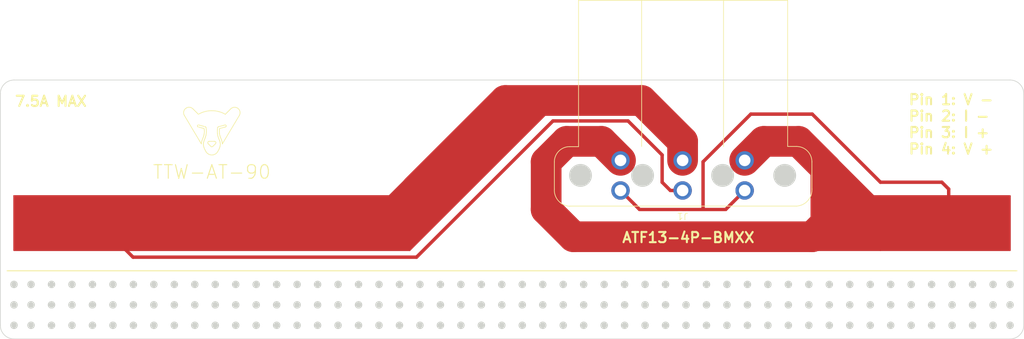
<source format=kicad_pcb>
(kicad_pcb (version 20221018) (generator pcbnew)
  (layers (0 "F.Cu" signal) (31 "B.Cu" signal) (34 "B.Paste" user) (35 "F.Paste" user) (36 "B.SilkS" user "B.Silkscreen") (37 "F.SilkS" user "F.Silkscreen") (38 "B.Mask" user) (39 "F.Mask" user) (44 "Edge.Cuts" user))
  (net 0 "")
  (net 1 "unconnected-(J1-Pin_1-Pad1)")
  (net 2 "unconnected-(J1-Pin_2-Pad2)")
  (net 3 "unconnected-(J1-Pin_3-Pad3)")
  (net 4 "unconnected-(J1-Pin_4-Pad4)")
  (footprint "Custom:ATF13-4P-BM0X_1" (layer "F.Cu") (at 100 14 180)
    (fp_text reference "J1" (at 0 -6 180 unlocked) (layer "F.SilkS") (effects (font (thickness 0.1))))
    (fp_text value "Conn_01x04_Female")
    (fp_line (start -18.95 -2) (end -18.95 2) (stroke (width 0.1)) (layer "F.SilkS"))
    (fp_line (start -16.7 -4.5) (end 16.55 -4.5) (stroke (width 0.1)) (layer "F.SilkS"))
    (fp_line (start -15.4 4.25) (end -16.7 4.25) (stroke (width 0.1)) (layer "F.SilkS"))
    (fp_line (start -15.4 25.7) (end -15.4 4.25) (stroke (width 0.1)) (layer "F.SilkS"))
    (fp_line (start -15.4 25.7) (end 15.25 25.7) (stroke (width 0.1)) (layer "F.SilkS"))
    (fp_line (start -6 25.7) (end -6 4.25) (stroke (width 0.1)) (layer "F.SilkS"))
    (fp_line (start 6 25.7) (end 6 4.25) (stroke (width 0.1)) (layer "F.SilkS"))
    (fp_line (start 15.25 4.225) (end 16.55 4.225) (stroke (width 0.1)) (layer "F.SilkS"))
    (fp_line (start 15.25 25.675) (end 15.25 4.225) (stroke (width 0.1)) (layer "F.SilkS"))
    (fp_line (start 18.8 -2.025) (end 18.8 1.975) (stroke (width 0.1)) (layer "F.SilkS"))
    (fp_arc (start -18.95 -2) (mid -18.342767 -3.715991) (end -16.7 -4.5) (stroke (width 0.1)) (layer "F.SilkS"))
    (fp_arc (start -16.7 4.25) (mid -18.29099 3.59099) (end -18.95 2) (stroke (width 0.1)) (layer "F.SilkS"))
    (fp_arc (start 16.55 -4.525) (mid 18.192767 -3.74099) (end 18.8 -2.025) (stroke (width 0.1)) (layer "F.SilkS"))
    (fp_arc (start 18.8 1.975) (mid 18.14099 3.56599) (end 16.55 4.225) (stroke (width 0.1)) (layer "F.SilkS"))
    (fp_circle (center -14.965 0) (end -13.315 0) (stroke (width 0.05)) (fill solid) (layer "Edge.Cuts"))
    (fp_circle (center -5.865 0) (end -4.215 0) (stroke (width 0.05)) (fill solid) (layer "Edge.Cuts"))
    (fp_circle (center 5.865 0) (end 7.515 0) (stroke (width 0.05)) (fill solid) (layer "Edge.Cuts"))
    (fp_circle (center 14.965 0) (end 16.615 0) (stroke (width 0.05)) (fill solid) (layer "Edge.Cuts"))
    (pad "1" thru_hole circle (at 0 -2.21 180) (size 2.7 2.7) (drill 1.7) (layers "*.Cu" "*.Mask") (net 1 "unconnected-(J1-Pin_1-Pad1)"))
    (pad "2" thru_hole circle (at 0 2.21 180) (size 2.7 2.7) (drill 1.7) (layers "*.Cu" "*.Mask") (net 2 "unconnected-(J1-Pin_2-Pad2)"))
    (pad "3" thru_hole circle (at -9.1 2.21 180) (size 2.7 2.7) (drill 1.7) (layers "*.Cu" "*.Mask") (net 3 "unconnected-(J1-Pin_3-Pad3)"))
    (pad "3" thru_hole circle (at 9.1 2.21 180) (size 2.7 2.7) (drill 1.7) (layers "*.Cu" "*.Mask") (net 3 "unconnected-(J1-Pin_3-Pad3)"))
    (pad "4" thru_hole circle (at -9.1 -2.21 180) (size 2.7 2.7) (drill 1.7) (layers "*.Cu" "*.Mask") (net 4 "unconnected-(J1-Pin_4-Pad4)"))
    (pad "4" thru_hole circle (at 9.1 -2.21 180) (size 2.7 2.7) (drill 1.7) (layers "*.Cu" "*.Mask") (net 4 "unconnected-(J1-Pin_4-Pad4)"))
  )
  (gr_poly (pts (xy 60 25) (xy 80 5) (xy 72 2) (xy 54 20)) (stroke (width 0.2)) (fill solid) (layer "F.Cu"))
  (gr_poly (pts (xy 129 25) (xy 119 25) (xy 119 8) (xy 128 17) (xy 129 17)) (stroke (width 0.2)) (fill solid) (layer "F.Cu"))
  (gr_rect (start 2 17) (end 60 25) (stroke (width 0.2)) (fill solid) (layer "F.Cu"))
  (gr_rect (start 129 17) (end 148 25) (stroke (width 0.2)) (fill solid) (layer "F.Cu"))
  (gr_curve (pts (xy 30.137201 8.120666) (xy 30.119805 8.196399) (xy 30.099722 8.26801) (xy 30.07815 8.336159)) (stroke (width 0.1)) (layer "F.SilkS"))
  (gr_curve (pts (xy 30.200328 7.611918) (xy 30.198126 7.706589) (xy 30.191068 7.795906) (xy 30.180185 7.880492)) (stroke (width 0.1)) (layer "F.SilkS"))
  (gr_line (start 29.867552 7.119802) (end 28.995251 6.88607) (stroke (width 0.1)) (layer "F.SilkS"))
  (gr_curve (pts (xy 29.533278 8.948379) (xy 29.551715 8.887652) (xy 29.572427 8.828701) (xy 29.594201 8.770634)) (stroke (width 0.1)) (layer "F.SilkS"))
  (gr_curve (pts (xy 32.405799 8.770634) (xy 32.427573 8.828701) (xy 32.448285 8.887652) (xy 32.466722 8.948379)) (stroke (width 0.1)) (layer "F.SilkS"))
  (gr_arc (start 26.975921 5.204131) (mid 27.171543 4.163214) (end 28.228719 4.228719) (stroke (width 0.1)) (layer "F.SilkS"))
  (gr_curve (pts (xy 30.010159 8.530946) (xy 29.9868 8.592897) (xy 29.963142 8.652113) (xy 29.940288 8.709358)) (stroke (width 0.1)) (layer "F.SilkS"))
  (gr_curve (pts (xy 32.239725 9.356073) (xy 32.236564 9.300181) (xy 32.229518 9.246411) (xy 32.219284 9.193396)) (stroke (width 0.1)) (layer "F.SilkS"))
  (gr_curve (pts (xy 32.466722 8.948379) (xy 32.48516 9.009105) (xy 32.501321 9.071606) (xy 32.513851 9.136556)) (stroke (width 0.1)) (layer "F.SilkS"))
  (gr_curve (pts (xy 31.808581 7.311144) (xy 31.817038 7.205065) (xy 31.8313 7.092932) (xy 31.852279 6.973953)) (stroke (width 0.1)) (layer "F.SilkS"))
  (gr_curve (pts (xy 29.763425 9.531565) (xy 29.769011 9.593152) (xy 29.779459 9.658313) (xy 29.795978 9.728281)) (stroke (width 0.1)) (layer "F.SilkS"))
  (gr_curve (pts (xy 29.795978 9.728281) (xy 29.812496 9.798249) (xy 29.835086 9.873025) (xy 29.864981 9.95356)) (stroke (width 0.1)) (layer "F.SilkS"))
  (gr_line (start 33.004749 6.88607) (end 32.132448 7.119802) (stroke (width 0.1)) (layer "F.SilkS"))
  (gr_arc (start 33.771281 4.228719) (mid 34.828454 4.163166) (end 35.024079 5.204131) (stroke (width 0.1)) (layer "F.SilkS"))
  (gr_curve (pts (xy 29.844815 8.053505) (xy 29.860174 7.986643) (xy 29.873068 7.916593) (xy 29.882638 7.842211)) (stroke (width 0.1)) (layer "F.SilkS"))
  (gr_curve (pts (xy 29.760275 9.356073) (xy 29.757114 9.411965) (xy 29.757839 9.469978) (xy 29.763425 9.531565)) (stroke (width 0.1)) (layer "F.SilkS"))
  (gr_curve (pts (xy 32.236575 9.531565) (xy 32.242161 9.469978) (xy 32.242886 9.411965) (xy 32.239725 9.356073)) (stroke (width 0.1)) (layer "F.SilkS"))
  (gr_curve (pts (xy 31.862799 8.120666) (xy 31.845404 8.044933) (xy 31.830697 7.965078) (xy 31.819815 7.880492)) (stroke (width 0.1)) (layer "F.SilkS"))
  (gr_arc (start 31.858891 10.512159) (mid 31 11) (end 30.141109 10.512159) (stroke (width 0.1)) (layer "F.SilkS"))
  (gr_arc (start 31.141421 9.741421) (mid 31 9.799999) (end 30.858579 9.741421) (stroke (width 0.1)) (layer "F.SilkS"))
  (gr_curve (pts (xy 29.792138 8.245621) (xy 29.811632 8.184042) (xy 29.829456 8.120368) (xy 29.844815 8.053505)) (stroke (width 0.1)) (layer "F.SilkS"))
  (gr_curve (pts (xy 32.204022 9.728281) (xy 32.220541 9.658313) (xy 32.230989 9.593152) (xy 32.236575 9.531565)) (stroke (width 0.1)) (layer "F.SilkS"))
  (gr_curve (pts (xy 32.117362 7.842211) (xy 32.126932 7.916593) (xy 32.139826 7.986643) (xy 32.155185 8.053505)) (stroke (width 0.1)) (layer "F.SilkS"))
  (gr_curve (pts (xy 29.460753 9.339141) (xy 29.464722 9.268906) (xy 29.47362 9.201507) (xy 29.486149 9.136556)) (stroke (width 0.1)) (layer "F.SilkS"))
  (gr_curve (pts (xy 32.107632 7.334989) (xy 32.099965 7.431136) (xy 32.097634 7.52077) (xy 32.099591 7.604944)) (stroke (width 0.1)) (layer "F.SilkS"))
  (gr_curve (pts (xy 32.099591 7.604944) (xy 32.101548 7.689117) (xy 32.107793 7.76783) (xy 32.117362 7.842211)) (stroke (width 0.1)) (layer "F.SilkS"))
  (gr_curve (pts (xy 29.780716 9.193396) (xy 29.770482 9.246411) (xy 29.763436 9.300181) (xy 29.760275 9.356073)) (stroke (width 0.1)) (layer "F.SilkS"))
  (gr_curve (pts (xy 29.594201 8.770634) (xy 29.615975 8.712568) (xy 29.638809 8.655386) (xy 29.661672 8.598122)) (stroke (width 0.1)) (layer "F.SilkS"))
  (gr_curve (pts (xy 29.892368 7.334989) (xy 29.88692 7.266664) (xy 29.878777 7.19505) (xy 29.867552 7.119802)) (stroke (width 0.1)) (layer "F.SilkS"))
  (gr_curve (pts (xy 32.219284 9.193396) (xy 32.209051 9.140382) (xy 32.195631 9.088122) (xy 32.179664 9.035541)) (stroke (width 0.1)) (layer "F.SilkS"))
  (gr_arc (start 29.022822 5.022822) (mid 31 4.5) (end 32.977178 5.022822) (stroke (width 0.1)) (layer "F.SilkS"))
  (gr_arc (start 30.038823 6.855111) (mid 30.110585 6.898666) (end 30.147721 6.973953) (stroke (width 0.1)) (layer "F.SilkS"))
  (gr_curve (pts (xy 31.989841 8.530946) (xy 31.966481 8.468995) (xy 31.943422 8.404308) (xy 31.92185 8.336159)) (stroke (width 0.1)) (layer "F.SilkS"))
  (gr_curve (pts (xy 29.875102 8.875966) (xy 29.854819 8.930055) (xy 29.836304 8.982959) (xy 29.820336 9.035541)) (stroke (width 0.1)) (layer "F.SilkS"))
  (gr_curve (pts (xy 30.191419 7.311144) (xy 30.199877 7.417223) (xy 30.20253 7.517248) (xy 30.200328 7.611918)) (stroke (width 0.1)) (layer "F.SilkS"))
  (gr_curve (pts (xy 32.179664 9.035541) (xy 32.163696 8.982959) (xy 32.145181 8.930055) (xy 32.124898 8.875966)) (stroke (width 0.1)) (layer "F.SilkS"))
  (gr_curve (pts (xy 30.180185 7.880492) (xy 30.169303 7.965078) (xy 30.154596 8.044933) (xy 30.137201 8.120666)) (stroke (width 0.1)) (layer "F.SilkS"))
  (gr_curve (pts (xy 29.977729 10.213231) (xy 30.023382 10.306074) (xy 30.077488 10.405466) (xy 30.141109 10.512159)) (stroke (width 0.1)) (layer "F.SilkS"))
  (gr_line (start 30.858579 9.741421) (end 30.458579 9.341421) (stroke (width 0.1)) (layer "F.SilkS"))
  (gr_curve (pts (xy 29.820336 9.035541) (xy 29.804369 9.088122) (xy 29.790949 9.140382) (xy 29.780716 9.193396)) (stroke (width 0.1)) (layer "F.SilkS"))
  (gr_line (start 1 28) (end 149 28) (stroke (width 0.15)) (layer "F.SilkS"))
  (gr_line (start 33.771281 4.228719) (end 32.977178 5.022822) (stroke (width 0.1)) (layer "F.SilkS"))
  (gr_curve (pts (xy 29.661672 8.598122) (xy 29.684534 8.540859) (xy 29.707425 8.483514) (xy 29.729452 8.425099)) (stroke (width 0.1)) (layer "F.SilkS"))
  (gr_curve (pts (xy 30.147721 6.973953) (xy 30.1687 7.092932) (xy 30.182962 7.205065) (xy 30.191419 7.311144)) (stroke (width 0.1)) (layer "F.SilkS"))
  (gr_arc (start 31.4 9) (mid 31.584763 9.12347) (end 31.541421 9.341421) (stroke (width 0.1)) (layer "F.SilkS"))
  (gr_curve (pts (xy 32.539247 9.339141) (xy 32.539804 9.349002) (xy 32.540264 9.358918) (xy 32.540624 9.368891)) (stroke (width 0.1)) (layer "F.SilkS"))
  (gr_curve (pts (xy 31.92185 8.336159) (xy 31.900278 8.26801) (xy 31.880195 8.196399) (xy 31.862799 8.120666)) (stroke (width 0.1)) (layer "F.SilkS"))
  (gr_line (start 31.961177 6.855111) (end 32.927103 6.596292) (stroke (width 0.1)) (layer "F.SilkS"))
  (gr_curve (pts (xy 32.135019 9.95356) (xy 32.164914 9.873025) (xy 32.187504 9.798249) (xy 32.204022 9.728281)) (stroke (width 0.1)) (layer "F.SilkS"))
  (gr_arc (start 31.852279 6.973953) (mid 31.889414 6.898672) (end 31.961177 6.855111) (stroke (width 0.1)) (layer "F.SilkS"))
  (gr_curve (pts (xy 32.338328 8.598122) (xy 32.361191 8.655386) (xy 32.384025 8.712568) (xy 32.405799 8.770634)) (stroke (width 0.1)) (layer "F.SilkS"))
  (gr_curve (pts (xy 32.022271 10.213231) (xy 32.067924 10.120388) (xy 32.105124 10.034095) (xy 32.135019 9.95356)) (stroke (width 0.1)) (layer "F.SilkS"))
  (gr_curve (pts (xy 32.124898 8.875966) (xy 32.104616 8.821877) (xy 32.082567 8.766603) (xy 32.059712 8.709358)) (stroke (width 0.1)) (layer "F.SilkS"))
  (gr_curve (pts (xy 32.207862 8.245621) (xy 32.227356 8.307201) (xy 32.24852 8.366685) (xy 32.270548 8.425099)) (stroke (width 0.1)) (layer "F.SilkS"))
  (gr_curve (pts (xy 32.132448 7.119802) (xy 32.121223 7.19505) (xy 32.11308 7.266664) (xy 32.107632 7.334989)) (stroke (width 0.1)) (layer "F.SilkS"))
  (gr_curve (pts (xy 32.513851 9.136556) (xy 32.52638 9.201507) (xy 32.535278 9.268906) (xy 32.539247 9.339141)) (stroke (width 0.1)) (layer "F.SilkS"))
  (gr_curve (pts (xy 30.07815 8.336159) (xy 30.056578 8.404308) (xy 30.033519 8.468995) (xy 30.010159 8.530946)) (stroke (width 0.1)) (layer "F.SilkS"))
  (gr_curve (pts (xy 29.940288 8.709358) (xy 29.917433 8.766603) (xy 29.895384 8.821877) (xy 29.875102 8.875966)) (stroke (width 0.1)) (layer "F.SilkS"))
  (gr_arc (start 28.995251 6.88607) (mid 28.889215 6.702395) (end 29.072897 6.596292) (stroke (width 0.1)) (layer "F.SilkS"))
  (gr_arc (start 30.458579 9.341421) (mid 30.415227 9.123477) (end 30.6 9) (stroke (width 0.1)) (layer "F.SilkS"))
  (gr_line (start 29.072897 6.596292) (end 30.038823 6.855111) (stroke (width 0.1)) (layer "F.SilkS"))
  (gr_curve (pts (xy 31.799672 7.611918) (xy 31.79747 7.517248) (xy 31.800123 7.417223) (xy 31.808581 7.311144)) (stroke (width 0.1)) (layer "F.SilkS"))
  (gr_line (start 31.141421 9.741421) (end 31.541421 9.341421) (stroke (width 0.1)) (layer "F.SilkS"))
  (gr_curve (pts (xy 29.486149 9.136556) (xy 29.498679 9.071606) (xy 29.51484 9.009105) (xy 29.533278 8.948379)) (stroke (width 0.1)) (layer "F.SilkS"))
  (gr_curve (pts (xy 31.858891 10.512159) (xy 31.922512 10.405466) (xy 31.976618 10.306074) (xy 32.022271 10.213231)) (stroke (width 0.1)) (layer "F.SilkS"))
  (gr_line (start 26.975921 5.204131) (end 29.459376 9.368891) (stroke (width 0.1)) (layer "F.SilkS"))
  (gr_curve (pts (xy 32.059712 8.709358) (xy 32.036858 8.652113) (xy 32.0132 8.592897) (xy 31.989841 8.530946)) (stroke (width 0.1)) (layer "F.SilkS"))
  (gr_curve (pts (xy 29.459376 9.368891) (xy 29.459736 9.358918) (xy 29.460196 9.349002) (xy 29.460753 9.339141)) (stroke (width 0.1)) (layer "F.SilkS"))
  (gr_curve (pts (xy 29.882638 7.842211) (xy 29.892207 7.76783) (xy 29.898452 7.689117) (xy 29.900409 7.604944)) (stroke (width 0.1)) (layer "F.SilkS"))
  (gr_curve (pts (xy 32.155185 8.053505) (xy 32.170544 8.120368) (xy 32.188368 8.184042) (xy 32.207862 8.245621)) (stroke (width 0.1)) (layer "F.SilkS"))
  (gr_curve (pts (xy 32.270548 8.425099) (xy 32.292575 8.483514) (xy 32.315466 8.540859) (xy 32.338328 8.598122)) (stroke (width 0.1)) (layer "F.SilkS"))
  (gr_line (start 32.540624 9.368891) (end 35.024079 5.204131) (stroke (width 0.1)) (layer "F.SilkS"))
  (gr_curve (pts (xy 31.819815 7.880492) (xy 31.808932 7.795906) (xy 31.801874 7.706589) (xy 31.799672 7.611918)) (stroke (width 0.1)) (layer "F.SilkS"))
  (gr_curve (pts (xy 29.900409 7.604944) (xy 29.902366 7.52077) (xy 29.900035 7.431136) (xy 29.892368 7.334989)) (stroke (width 0.1)) (layer "F.SilkS"))
  (gr_line (start 29.022822 5.022822) (end 28.228719 4.228719) (stroke (width 0.1)) (layer "F.SilkS"))
  (gr_arc (start 32.927103 6.596292) (mid 33.110782 6.702384) (end 33.004749 6.88607) (stroke (width 0.1)) (layer "F.SilkS"))
  (gr_curve (pts (xy 29.864981 9.95356) (xy 29.894876 10.034095) (xy 29.932076 10.120388) (xy 29.977729 10.213231)) (stroke (width 0.1)) (layer "F.SilkS"))
  (gr_curve (pts (xy 29.729452 8.425099) (xy 29.75148 8.366685) (xy 29.772644 8.307201) (xy 29.792138 8.245621)) (stroke (width 0.1)) (layer "F.SilkS"))
  (gr_line (start 30.6 9) (end 31.4 9) (stroke (width 0.1)) (layer "F.SilkS"))
  (gr_circle (center 76.5 36) (end 76.5 36.5) (stroke (width 0.1)) (fill solid) (layer "Edge.Cuts"))
  (gr_circle (center 142.5 36) (end 142.5 36.5) (stroke (width 0.1)) (fill solid) (layer "Edge.Cuts"))
  (gr_circle (center 7.5 36) (end 7.5 36.5) (stroke (width 0.1)) (fill solid) (layer "Edge.Cuts"))
  (gr_circle (center 118.5 33) (end 118.5 33.5) (stroke (width 0.1)) (fill solid) (layer "Edge.Cuts"))
  (gr_circle (center 49.5 36) (end 49.5 36.5) (stroke (width 0.1)) (fill solid) (layer "Edge.Cuts"))
  (gr_circle (center 112.5 30) (end 112.5 30.5) (stroke (width 0.1)) (fill solid) (layer "Edge.Cuts"))
  (gr_arc (start 148 0) (mid 149.414214 0.585786) (end 150 2) (stroke (width 0.1)) (layer "Edge.Cuts"))
  (gr_line (start 148 38) (end 2 38) (stroke (width 0.1)) (layer "Edge.Cuts"))
  (gr_circle (center 55.5 33) (end 55.5 33.5) (stroke (width 0.1)) (fill solid) (layer "Edge.Cuts"))
  (gr_circle (center 61.5 33) (end 61.5 33.5) (stroke (width 0.1)) (fill solid) (layer "Edge.Cuts"))
  (gr_circle (center 52.5 30) (end 52.5 30.5) (stroke (width 0.1)) (fill solid) (layer "Edge.Cuts"))
  (gr_circle (center 148 33) (end 148 33.5) (stroke (width 0.1)) (fill solid) (layer "Edge.Cuts"))
  (gr_circle (center 34.5 36) (end 34.5 36.5) (stroke (width 0.1)) (fill solid) (layer "Edge.Cuts"))
  (gr_circle (center 25.5 33) (end 25.5 33.5) (stroke (width 0.1)) (fill solid) (layer "Edge.Cuts"))
  (gr_circle (center 58.5 36) (end 58.5 36.5) (stroke (width 0.1)) (fill solid) (layer "Edge.Cuts"))
  (gr_circle (center 139.5 36) (end 139.5 36.5) (stroke (width 0.1)) (fill solid) (layer "Edge.Cuts"))
  (gr_circle (center 121.5 30) (end 121.5 30.5) (stroke (width 0.1)) (fill solid) (layer "Edge.Cuts"))
  (gr_circle (center 145.5 30) (end 145.5 30.5) (stroke (width 0.1)) (fill solid) (layer "Edge.Cuts"))
  (gr_circle (center 43.5 36) (end 43.5 36.5) (stroke (width 0.1)) (fill solid) (layer "Edge.Cuts"))
  (gr_circle (center 94.5 30) (end 94.5 30.5) (stroke (width 0.1)) (fill solid) (layer "Edge.Cuts"))
  (gr_circle (center 31.5 36) (end 31.5 36.5) (stroke (width 0.1)) (fill solid) (layer "Edge.Cuts"))
  (gr_circle (center 91.5 36) (end 91.5 36.5) (stroke (width 0.1)) (fill solid) (layer "Edge.Cuts"))
  (gr_circle (center 67.5 36) (end 67.5 36.5) (stroke (width 0.1)) (fill solid) (layer "Edge.Cuts"))
  (gr_circle (center 16.5 36) (end 16.5 36.5) (stroke (width 0.1)) (fill solid) (layer "Edge.Cuts"))
  (gr_circle (center 10.5 30) (end 10.5 30.5) (stroke (width 0.1)) (fill solid) (layer "Edge.Cuts"))
  (gr_circle (center 55.5 30) (end 55.5 30.5) (stroke (width 0.1)) (fill solid) (layer "Edge.Cuts"))
  (gr_circle (center 106.5 30) (end 106.5 30.5) (stroke (width 0.1)) (fill solid) (layer "Edge.Cuts"))
  (gr_circle (center 133.5 36) (end 133.5 36.5) (stroke (width 0.1)) (fill solid) (layer "Edge.Cuts"))
  (gr_circle (center 106.5 36) (end 106.5 36.5) (stroke (width 0.1)) (fill solid) (layer "Edge.Cuts"))
  (gr_circle (center 133.5 30) (end 133.5 30.5) (stroke (width 0.1)) (fill solid) (layer "Edge.Cuts"))
  (gr_circle (center 2 33) (end 2 33.5) (stroke (width 0.1)) (fill solid) (layer "Edge.Cuts"))
  (gr_circle (center 31.5 30) (end 31.5 30.5) (stroke (width 0.1)) (fill solid) (layer "Edge.Cuts"))
  (gr_circle (center 109.5 33) (end 109.5 33.5) (stroke (width 0.1)) (fill solid) (layer "Edge.Cuts"))
  (gr_line (start 2 0) (end 148 0) (stroke (width 0.1)) (layer "Edge.Cuts"))
  (gr_circle (center 28.5 30) (end 28.5 30.5) (stroke (width 0.1)) (fill solid) (layer "Edge.Cuts"))
  (gr_circle (center 88.5 30) (end 88.5 30.5) (stroke (width 0.1)) (fill solid) (layer "Edge.Cuts"))
  (gr_circle (center 73.5 30) (end 73.5 30.5) (stroke (width 0.1)) (fill solid) (layer "Edge.Cuts"))
  (gr_circle (center 133.5 33) (end 133.5 33.5) (stroke (width 0.1)) (fill solid) (layer "Edge.Cuts"))
  (gr_circle (center 7.5 30) (end 7.5 30.5) (stroke (width 0.1)) (fill solid) (layer "Edge.Cuts"))
  (gr_circle (center 70.5 36) (end 70.5 36.5) (stroke (width 0.1)) (fill solid) (layer "Edge.Cuts"))
  (gr_circle (center 49.5 33) (end 49.5 33.5) (stroke (width 0.1)) (fill solid) (layer "Edge.Cuts"))
  (gr_circle (center 148 36) (end 148 36.5) (stroke (width 0.1)) (fill solid) (layer "Edge.Cuts"))
  (gr_circle (center 85.5 33) (end 85.5 33.5) (stroke (width 0.1)) (fill solid) (layer "Edge.Cuts"))
  (gr_circle (center 94.5 33) (end 94.5 33.5) (stroke (width 0.1)) (fill solid) (layer "Edge.Cuts"))
  (gr_circle (center 127.5 36) (end 127.5 36.5) (stroke (width 0.1)) (fill solid) (layer "Edge.Cuts"))
  (gr_circle (center 19.5 36) (end 19.5 36.5) (stroke (width 0.1)) (fill solid) (layer "Edge.Cuts"))
  (gr_circle (center 124.5 30) (end 124.5 30.5) (stroke (width 0.1)) (fill solid) (layer "Edge.Cuts"))
  (gr_circle (center 64.5 36) (end 64.5 36.5) (stroke (width 0.1)) (fill solid) (layer "Edge.Cuts"))
  (gr_circle (center 85.5 36) (end 85.5 36.5) (stroke (width 0.1)) (fill solid) (layer "Edge.Cuts"))
  (gr_circle (center 67.5 30) (end 67.5 30.5) (stroke (width 0.1)) (fill solid) (layer "Edge.Cuts"))
  (gr_circle (center 73.5 36) (end 73.5 36.5) (stroke (width 0.1)) (fill solid) (layer "Edge.Cuts"))
  (gr_circle (center 16.5 33) (end 16.5 33.5) (stroke (width 0.1)) (fill solid) (layer "Edge.Cuts"))
  (gr_circle (center 109.5 30) (end 109.5 30.5) (stroke (width 0.1)) (fill solid) (layer "Edge.Cuts"))
  (gr_circle (center 139.5 30) (end 139.5 30.5) (stroke (width 0.1)) (fill solid) (layer "Edge.Cuts"))
  (gr_circle (center 70.5 33) (end 70.5 33.5) (stroke (width 0.1)) (fill solid) (layer "Edge.Cuts"))
  (gr_circle (center 91.5 30) (end 91.5 30.5) (stroke (width 0.1)) (fill solid) (layer "Edge.Cuts"))
  (gr_circle (center 22.5 33) (end 22.5 33.5) (stroke (width 0.1)) (fill solid) (layer "Edge.Cuts"))
  (gr_circle (center 52.5 36) (end 52.5 36.5) (stroke (width 0.1)) (fill solid) (layer "Edge.Cuts"))
  (gr_circle (center 121.5 36) (end 121.5 36.5) (stroke (width 0.1)) (fill solid) (layer "Edge.Cuts"))
  (gr_circle (center 115.5 30) (end 115.5 30.5) (stroke (width 0.1)) (fill solid) (layer "Edge.Cuts"))
  (gr_circle (center 103.5 36) (end 103.5 36.5) (stroke (width 0.1)) (fill solid) (layer "Edge.Cuts"))
  (gr_circle (center 34.5 30) (end 34.5 30.5) (stroke (width 0.1)) (fill solid) (layer "Edge.Cuts"))
  (gr_circle (center 115.5 33) (end 115.5 33.5) (stroke (width 0.1)) (fill solid) (layer "Edge.Cuts"))
  (gr_circle (center 130.5 33) (end 130.5 33.5) (stroke (width 0.1)) (fill solid) (layer "Edge.Cuts"))
  (gr_circle (center 37.5 30) (end 37.5 30.5) (stroke (width 0.1)) (fill solid) (layer "Edge.Cuts"))
  (gr_circle (center 142.5 30) (end 142.5 30.5) (stroke (width 0.1)) (fill solid) (layer "Edge.Cuts"))
  (gr_circle (center 4.5 30) (end 4.5 30.5) (stroke (width 0.1)) (fill solid) (layer "Edge.Cuts"))
  (gr_circle (center 70.5 30) (end 70.5 30.5) (stroke (width 0.1)) (fill solid) (layer "Edge.Cuts"))
  (gr_circle (center 130.5 30) (end 130.5 30.5) (stroke (width 0.1)) (fill solid) (layer "Edge.Cuts"))
  (gr_circle (center 25.5 36) (end 25.5 36.5) (stroke (width 0.1)) (fill solid) (layer "Edge.Cuts"))
  (gr_circle (center 118.5 36) (end 118.5 36.5) (stroke (width 0.1)) (fill solid) (layer "Edge.Cuts"))
  (gr_circle (center 103.5 30) (end 103.5 30.5) (stroke (width 0.1)) (fill solid) (layer "Edge.Cuts"))
  (gr_circle (center 49.5 30) (end 49.5 30.5) (stroke (width 0.1)) (fill solid) (layer "Edge.Cuts"))
  (gr_circle (center 76.5 30) (end 76.5 30.5) (stroke (width 0.1)) (fill solid) (layer "Edge.Cuts"))
  (gr_circle (center 106.5 33) (end 106.5 33.5) (stroke (width 0.1)) (fill solid) (layer "Edge.Cuts"))
  (gr_circle (center 13.5 33) (end 13.5 33.5) (stroke (width 0.1)) (fill solid) (layer "Edge.Cuts"))
  (gr_circle (center 112.5 33) (end 112.5 33.5) (stroke (width 0.1)) (fill solid) (layer "Edge.Cuts"))
  (gr_circle (center 79.5 30) (end 79.5 30.5) (stroke (width 0.1)) (fill solid) (layer "Edge.Cuts"))
  (gr_circle (center 13.5 30) (end 13.5 30.5) (stroke (width 0.1)) (fill solid) (layer "Edge.Cuts"))
  (gr_arc (start 0 2) (mid 0.585786 0.585786) (end 2 0) (stroke (width 0.1)) (layer "Edge.Cuts"))
  (gr_line (start 0 36) (end 0 2) (stroke (width 0.1)) (layer "Edge.Cuts"))
  (gr_circle (center 10.5 36) (end 10.5 36.5) (stroke (width 0.1)) (fill solid) (layer "Edge.Cuts"))
  (gr_circle (center 43.5 30) (end 43.5 30.5) (stroke (width 0.1)) (fill solid) (layer "Edge.Cuts"))
  (gr_circle (center 46.5 30) (end 46.5 30.5) (stroke (width 0.1)) (fill solid) (layer "Edge.Cuts"))
  (gr_circle (center 88.5 33) (end 88.5 33.5) (stroke (width 0.1)) (fill solid) (layer "Edge.Cuts"))
  (gr_circle (center 97.5 33) (end 97.5 33.5) (stroke (width 0.1)) (fill solid) (layer "Edge.Cuts"))
  (gr_circle (center 97.5 36) (end 97.5 36.5) (stroke (width 0.1)) (fill solid) (layer "Edge.Cuts"))
  (gr_circle (center 76.5 33) (end 76.5 33.5) (stroke (width 0.1)) (fill solid) (layer "Edge.Cuts"))
  (gr_circle (center 130.5 36) (end 130.5 36.5) (stroke (width 0.1)) (fill solid) (layer "Edge.Cuts"))
  (gr_circle (center 4.5 36) (end 4.5 36.5) (stroke (width 0.1)) (fill solid) (layer "Edge.Cuts"))
  (gr_circle (center 148 30) (end 148 30.5) (stroke (width 0.1)) (fill solid) (layer "Edge.Cuts"))
  (gr_circle (center 58.5 30) (end 58.5 30.5) (stroke (width 0.1)) (fill solid) (layer "Edge.Cuts"))
  (gr_circle (center 25.5 30) (end 25.5 30.5) (stroke (width 0.1)) (fill solid) (layer "Edge.Cuts"))
  (gr_line (start 150 2) (end 150 36) (stroke (width 0.1)) (layer "Edge.Cuts"))
  (gr_circle (center 88.5 36) (end 88.5 36.5) (stroke (width 0.1)) (fill solid) (layer "Edge.Cuts"))
  (gr_circle (center 100.5 33) (end 100.5 33.5) (stroke (width 0.1)) (fill solid) (layer "Edge.Cuts"))
  (gr_circle (center 82.5 30) (end 82.5 30.5) (stroke (width 0.1)) (fill solid) (layer "Edge.Cuts"))
  (gr_circle (center 28.5 33) (end 28.5 33.5) (stroke (width 0.1)) (fill solid) (layer "Edge.Cuts"))
  (gr_circle (center 13.5 36) (end 13.5 36.5) (stroke (width 0.1)) (fill solid) (layer "Edge.Cuts"))
  (gr_circle (center 19.5 30) (end 19.5 30.5) (stroke (width 0.1)) (fill solid) (layer "Edge.Cuts"))
  (gr_circle (center 10.5 33) (end 10.5 33.5) (stroke (width 0.1)) (fill solid) (layer "Edge.Cuts"))
  (gr_circle (center 82.5 36) (end 82.5 36.5) (stroke (width 0.1)) (fill solid) (layer "Edge.Cuts"))
  (gr_circle (center 37.5 33) (end 37.5 33.5) (stroke (width 0.1)) (fill solid) (layer "Edge.Cuts"))
  (gr_circle (center 100.5 30) (end 100.5 30.5) (stroke (width 0.1)) (fill solid) (layer "Edge.Cuts"))
  (gr_circle (center 97.5 30) (end 97.5 30.5) (stroke (width 0.1)) (fill solid) (layer "Edge.Cuts"))
  (gr_circle (center 91.5 33) (end 91.5 33.5) (stroke (width 0.1)) (fill solid) (layer "Edge.Cuts"))
  (gr_circle (center 40.5 33) (end 40.5 33.5) (stroke (width 0.1)) (fill solid) (layer "Edge.Cuts"))
  (gr_circle (center 31.5 33) (end 31.5 33.5) (stroke (width 0.1)) (fill solid) (layer "Edge.Cuts"))
  (gr_circle (center 64.5 33) (end 64.5 33.5) (stroke (width 0.1)) (fill solid) (layer "Edge.Cuts"))
  (gr_circle (center 109.5 36) (end 109.5 36.5) (stroke (width 0.1)) (fill solid) (layer "Edge.Cuts"))
  (gr_circle (center 19.5 33) (end 19.5 33.5) (stroke (width 0.1)) (fill solid) (layer "Edge.Cuts"))
  (gr_circle (center 40.5 30) (end 40.5 30.5) (stroke (width 0.1)) (fill solid) (layer "Edge.Cuts"))
  (gr_circle (center 82.5 33) (end 82.5 33.5) (stroke (width 0.1)) (fill solid) (layer "Edge.Cuts"))
  (gr_circle (center 103.5 33) (end 103.5 33.5) (stroke (width 0.1)) (fill solid) (layer "Edge.Cuts"))
  (gr_circle (center 127.5 30) (end 127.5 30.5) (stroke (width 0.1)) (fill solid) (layer "Edge.Cuts"))
  (gr_circle (center 61.5 30) (end 61.5 30.5) (stroke (width 0.1)) (fill solid) (layer "Edge.Cuts"))
  (gr_circle (center 121.5 33) (end 121.5 33.5) (stroke (width 0.1)) (fill solid) (layer "Edge.Cuts"))
  (gr_circle (center 79.5 33) (end 79.5 33.5) (stroke (width 0.1)) (fill solid) (layer "Edge.Cuts"))
  (gr_circle (center 112.5 36) (end 112.5 36.5) (stroke (width 0.1)) (fill solid) (layer "Edge.Cuts"))
  (gr_circle (center 37.5 36) (end 37.5 36.5) (stroke (width 0.1)) (fill solid) (layer "Edge.Cuts"))
  (gr_circle (center 136.5 36) (end 136.5 36.5) (stroke (width 0.1)) (fill solid) (layer "Edge.Cuts"))
  (gr_circle (center 34.5 33) (end 34.5 33.5) (stroke (width 0.1)) (fill solid) (layer "Edge.Cuts"))
  (gr_circle (center 136.5 30) (end 136.5 30.5) (stroke (width 0.1)) (fill solid) (layer "Edge.Cuts"))
  (gr_circle (center 2 30) (end 2 30.5) (stroke (width 0.1)) (fill solid) (layer "Edge.Cuts"))
  (gr_circle (center 46.5 33) (end 46.5 33.5) (stroke (width 0.1)) (fill solid) (layer "Edge.Cuts"))
  (gr_circle (center 61.5 36) (end 61.5 36.5) (stroke (width 0.1)) (fill solid) (layer "Edge.Cuts"))
  (gr_circle (center 142.5 33) (end 142.5 33.5) (stroke (width 0.1)) (fill solid) (layer "Edge.Cuts"))
  (gr_circle (center 64.5 30) (end 64.5 30.5) (stroke (width 0.1)) (fill solid) (layer "Edge.Cuts"))
  (gr_circle (center 115.5 36) (end 115.5 36.5) (stroke (width 0.1)) (fill solid) (layer "Edge.Cuts"))
  (gr_circle (center 22.5 30) (end 22.5 30.5) (stroke (width 0.1)) (fill solid) (layer "Edge.Cuts"))
  (gr_circle (center 124.5 36) (end 124.5 36.5) (stroke (width 0.1)) (fill solid) (layer "Edge.Cuts"))
  (gr_circle (center 28.5 36) (end 28.5 36.5) (stroke (width 0.1)) (fill solid) (layer "Edge.Cuts"))
  (gr_circle (center 46.5 36) (end 46.5 36.5) (stroke (width 0.1)) (fill solid) (layer "Edge.Cuts"))
  (gr_circle (center 16.5 30) (end 16.5 30.5) (stroke (width 0.1)) (fill solid) (layer "Edge.Cuts"))
  (gr_circle (center 7.5 33) (end 7.5 33.5) (stroke (width 0.1)) (fill solid) (layer "Edge.Cuts"))
  (gr_circle (center 43.5 33) (end 43.5 33.5) (stroke (width 0.1)) (fill solid) (layer "Edge.Cuts"))
  (gr_circle (center 67.5 33) (end 67.5 33.5) (stroke (width 0.1)) (fill solid) (layer "Edge.Cuts"))
  (gr_circle (center 127.5 33) (end 127.5 33.5) (stroke (width 0.1)) (fill solid) (layer "Edge.Cuts"))
  (gr_arc (start 150 36) (mid 149.414214 37.414214) (end 148 38) (stroke (width 0.1)) (layer "Edge.Cuts"))
  (gr_circle (center 100.5 36) (end 100.5 36.5) (stroke (width 0.1)) (fill solid) (layer "Edge.Cuts"))
  (gr_circle (center 124.5 33) (end 124.5 33.5) (stroke (width 0.1)) (fill solid) (layer "Edge.Cuts"))
  (gr_circle (center 4.5 33) (end 4.5 33.5) (stroke (width 0.1)) (fill solid) (layer "Edge.Cuts"))
  (gr_arc (start 2 38) (mid 0.585786 37.414214) (end 0 36) (stroke (width 0.1)) (layer "Edge.Cuts"))
  (gr_circle (center 139.5 33) (end 139.5 33.5) (stroke (width 0.1)) (fill solid) (layer "Edge.Cuts"))
  (gr_circle (center 145.5 33) (end 145.5 33.5) (stroke (width 0.1)) (fill solid) (layer "Edge.Cuts"))
  (gr_circle (center 79.5 36) (end 79.5 36.5) (stroke (width 0.1)) (fill solid) (layer "Edge.Cuts"))
  (gr_circle (center 94.5 36) (end 94.5 36.5) (stroke (width 0.1)) (fill solid) (layer "Edge.Cuts"))
  (gr_circle (center 52.5 33) (end 52.5 33.5) (stroke (width 0.1)) (fill solid) (layer "Edge.Cuts"))
  (gr_circle (center 58.5 33) (end 58.5 33.5) (stroke (width 0.1)) (fill solid) (layer "Edge.Cuts"))
  (gr_circle (center 40.5 36) (end 40.5 36.5) (stroke (width 0.1)) (fill solid) (layer "Edge.Cuts"))
  (gr_circle (center 118.5 30) (end 118.5 30.5) (stroke (width 0.1)) (fill solid) (layer "Edge.Cuts"))
  (gr_circle (center 55.5 36) (end 55.5 36.5) (stroke (width 0.1)) (fill solid) (layer "Edge.Cuts"))
  (gr_circle (center 73.5 33) (end 73.5 33.5) (stroke (width 0.1)) (fill solid) (layer "Edge.Cuts"))
  (gr_circle (center 2 36) (end 2 36.5) (stroke (width 0.1)) (fill solid) (layer "Edge.Cuts"))
  (gr_circle (center 145.5 36) (end 145.5 36.5) (stroke (width 0.1)) (fill solid) (layer "Edge.Cuts"))
  (gr_circle (center 85.5 30) (end 85.5 30.5) (stroke (width 0.1)) (fill solid) (layer "Edge.Cuts"))
  (gr_circle (center 22.5 36) (end 22.5 36.5) (stroke (width 0.1)) (fill solid) (layer "Edge.Cuts"))
  (gr_circle (center 136.5 33) (end 136.5 33.5) (stroke (width 0.1)) (fill solid) (layer "Edge.Cuts"))
  (gr_text "TTW-AT-90" (at 31 13.5) (layer "F.SilkS") (effects (font (size 2 2))))
  (gr_text "ATF13-4P-BMXX" (at 91 24) (layer "F.SilkS") (effects (font (size 1.5 1.5) (thickness 0.3) bold) (justify left bottom)))
  (gr_text "7.5A MAX" (at 2 4) (layer "F.SilkS") (effects (font (size 1.5 1.5) (thickness 0.3) bold) (justify left bottom)))
  (gr_text "Pin 1: V -\nPin 2: I -\nPin 3: I +\nPin 4: V +" (at 133 11) (layer "F.SilkS") (effects (font (size 1.5 1.5) (thickness 0.3) bold) (justify left bottom)))
  (segment (start 61 26) (end 19.45 26) (width 0.5) (layer "F.Cu") (net 1))
  (segment (start 81 6) (end 61 26) (width 0.5) (layer "F.Cu") (net 1))
  (segment (start 17 23.55) (end 16 23.55) (width 0.5) (layer "F.Cu") (net 1))
  (segment (start 97 11) (end 92 6) (width 0.5) (layer "F.Cu") (net 1))
  (segment (start 100 16.21) (end 98.21 16.21) (width 0.5) (layer "F.Cu") (net 1))
  (segment (start 97 15) (end 97 11) (width 0.5) (layer "F.Cu") (net 1))
  (segment (start 19.45 26) (end 17 23.55) (width 0.5) (layer "F.Cu") (net 1))
  (segment (start 98.21 16.21) (end 97 15) (width 0.5) (layer "F.Cu") (net 1))
  (segment (start 92 6) (end 81 6) (width 0.5) (layer "F.Cu") (net 1))
  (segment (start 100 11.79) (end 100 9) (width 4.5) (layer "F.Cu") (net 2))
  (segment (start 74 3) (end 61 16) (width 4.5) (layer "F.Cu") (net 2))
  (segment (start 94 3) (end 74 3) (width 4.5) (layer "F.Cu") (net 2))
  (segment (start 100 9) (end 94 3) (width 4.5) (layer "F.Cu") (net 2))
  (segment (start 111.89 9) (end 117 9) (width 4.5) (layer "F.Cu") (net 3))
  (segment (start 119 23) (end 121 21) (width 4.5) (layer "F.Cu") (net 3))
  (segment (start 84 23) (end 119 23) (width 4.5) (layer "F.Cu") (net 3))
  (segment (start 109.1 11.79) (end 111.89 9) (width 4.5) (layer "F.Cu") (net 3))
  (segment (start 80 12) (end 80 19) (width 4.5) (layer "F.Cu") (net 3))
  (segment (start 117 9) (end 121 13) (width 4.5) (layer "F.Cu") (net 3))
  (segment (start 80 19) (end 84 23) (width 4.5) (layer "F.Cu") (net 3))
  (segment (start 121 13) (end 121 21) (width 4.5) (layer "F.Cu") (net 3))
  (segment (start 90.9 11.79) (end 88.11 9) (width 4.5) (layer "F.Cu") (net 3))
  (segment (start 88.11 9) (end 83 9) (width 4.5) (layer "F.Cu") (net 3))
  (segment (start 83 9) (end 80 12) (width 4.5) (layer "F.Cu") (net 3))
  (segment (start 110 5) (end 119 5) (width 0.5) (layer "F.Cu") (net 4))
  (segment (start 90.9 16.21) (end 93.69 19) (width 0.5) (layer "F.Cu") (net 4))
  (segment (start 103 12) (end 110 5) (width 0.5) (layer "F.Cu") (net 4))
  (segment (start 138 15) (end 139 16) (width 0.5) (layer "F.Cu") (net 4))
  (segment (start 93.69 19) (end 103 19) (width 0.5) (layer "F.Cu") (net 4))
  (segment (start 103 19) (end 106.31 19) (width 0.5) (layer "F.Cu") (net 4))
  (segment (start 119 5) (end 129 15) (width 0.5) (layer "F.Cu") (net 4))
  (segment (start 139 16) (end 139 17) (width 0.5) (layer "F.Cu") (net 4))
  (segment (start 103 19) (end 103 12) (width 0.5) (layer "F.Cu") (net 4))
  (segment (start 129 15) (end 138 15) (width 0.5) (layer "F.Cu") (net 4))
  (segment (start 106.31 19) (end 109.1 16.21) (width 0.5) (layer "F.Cu") (net 4))
)
</source>
